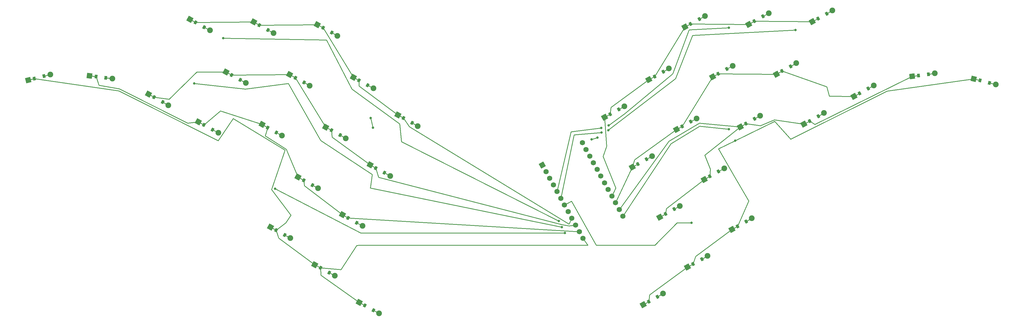
<source format=gbr>
%TF.GenerationSoftware,KiCad,Pcbnew,8.0.8-2.fc41*%
%TF.CreationDate,2025-01-20T23:34:32+01:00*%
%TF.ProjectId,laserraven_traced_and_silked_screws,6c617365-7272-4617-9665-6e5f74726163,1.0.0*%
%TF.SameCoordinates,Original*%
%TF.FileFunction,Copper,L1,Top*%
%TF.FilePolarity,Positive*%
%FSLAX46Y46*%
G04 Gerber Fmt 4.6, Leading zero omitted, Abs format (unit mm)*
G04 Created by KiCad (PCBNEW 8.0.8-2.fc41) date 2025-01-20 23:34:32*
%MOMM*%
%LPD*%
G01*
G04 APERTURE LIST*
G04 Aperture macros list*
%AMRotRect*
0 Rectangle, with rotation*
0 The origin of the aperture is its center*
0 $1 length*
0 $2 width*
0 $3 Rotation angle, in degrees counterclockwise*
0 Add horizontal line*
21,1,$1,$2,0,0,$3*%
G04 Aperture macros list end*
%TA.AperFunction,ComponentPad*%
%ADD10RotRect,1.778000X1.778000X331.000000*%
%TD*%
%TA.AperFunction,SMDPad,CuDef*%
%ADD11RotRect,0.900000X1.200000X331.000000*%
%TD*%
%TA.AperFunction,ComponentPad*%
%ADD12C,1.905000*%
%TD*%
%TA.AperFunction,ComponentPad*%
%ADD13RotRect,1.778000X1.778000X29.000000*%
%TD*%
%TA.AperFunction,SMDPad,CuDef*%
%ADD14RotRect,0.900000X1.200000X29.000000*%
%TD*%
%TA.AperFunction,ComponentPad*%
%ADD15RotRect,1.778000X1.778000X352.500000*%
%TD*%
%TA.AperFunction,SMDPad,CuDef*%
%ADD16RotRect,0.900000X1.200000X352.500000*%
%TD*%
%TA.AperFunction,ComponentPad*%
%ADD17RotRect,1.778000X1.778000X14.000000*%
%TD*%
%TA.AperFunction,SMDPad,CuDef*%
%ADD18RotRect,0.900000X1.200000X14.000000*%
%TD*%
%TA.AperFunction,ComponentPad*%
%ADD19RotRect,1.752600X1.752600X299.000000*%
%TD*%
%TA.AperFunction,ComponentPad*%
%ADD20C,1.752600*%
%TD*%
%TA.AperFunction,ComponentPad*%
%ADD21RotRect,1.778000X1.778000X7.500000*%
%TD*%
%TA.AperFunction,SMDPad,CuDef*%
%ADD22RotRect,0.900000X1.200000X7.500000*%
%TD*%
%TA.AperFunction,ComponentPad*%
%ADD23RotRect,1.778000X1.778000X346.000000*%
%TD*%
%TA.AperFunction,SMDPad,CuDef*%
%ADD24RotRect,0.900000X1.200000X346.000000*%
%TD*%
%TA.AperFunction,ViaPad*%
%ADD25C,0.800000*%
%TD*%
%TA.AperFunction,Conductor*%
%ADD26C,0.250000*%
%TD*%
G04 APERTURE END LIST*
D10*
%TO.P,D5,1*%
%TO.N,P14*%
X116070049Y-147398503D03*
D11*
X117959228Y-148445692D03*
%TO.P,D5,2*%
%TO.N,ring_home*%
X120845474Y-150045564D03*
D12*
X122734653Y-151092753D03*
%TD*%
D13*
%TO.P,D22,1*%
%TO.N,P7*%
X325192158Y-155590290D03*
D14*
X327081336Y-154543103D03*
%TO.P,D22,2*%
%TO.N,mirror_pinky_home*%
X329967582Y-152943225D03*
D12*
X331856760Y-151896038D03*
%TD*%
D13*
%TO.P,D33,1*%
%TO.N,P7*%
X251351963Y-179141602D03*
D14*
X253241141Y-178094415D03*
%TO.P,D33,2*%
%TO.N,mirror_inner_home*%
X256127387Y-176494537D03*
D12*
X258016565Y-175447350D03*
%TD*%
D13*
%TO.P,D23,1*%
%TO.N,P8*%
X308574388Y-164801671D03*
D14*
X310463566Y-163754484D03*
%TO.P,D23,2*%
%TO.N,mirror_ring_bottom*%
X313349812Y-162154606D03*
D12*
X315238990Y-161107419D03*
%TD*%
D10*
%TO.P,D17,1*%
%TO.N,P10*%
X130882835Y-199056818D03*
D11*
X132772014Y-200104007D03*
%TO.P,D17,2*%
%TO.N,out_thumb*%
X135658260Y-201703879D03*
D12*
X137547439Y-202751068D03*
%TD*%
D10*
%TO.P,D19,1*%
%TO.N,P10*%
X160433829Y-224126693D03*
D11*
X162323008Y-225173882D03*
%TO.P,D19,2*%
%TO.N,in_thumb*%
X165209254Y-226773754D03*
D12*
X167098433Y-227820943D03*
%TD*%
D13*
%TO.P,D25,1*%
%TO.N,P6*%
X290151621Y-131566119D03*
D14*
X292040799Y-130518932D03*
%TO.P,D25,2*%
%TO.N,mirror_ring_top*%
X294927045Y-128919054D03*
D12*
X296816223Y-127871867D03*
%TD*%
D10*
%TO.P,D15,1*%
%TO.N,P15*%
X173292481Y-161738433D03*
D11*
X175181660Y-162785622D03*
%TO.P,D15,2*%
%TO.N,inner_top*%
X178067906Y-164385494D03*
D12*
X179957085Y-165432683D03*
%TD*%
D10*
%TO.P,D18,1*%
%TO.N,P10*%
X145658333Y-211591752D03*
D11*
X147547512Y-212638941D03*
%TO.P,D18,2*%
%TO.N,home_thumb*%
X150433758Y-214238813D03*
D12*
X152322937Y-215286002D03*
%TD*%
D13*
%TO.P,D31,1*%
%TO.N,P6*%
X256916079Y-149988889D03*
D14*
X258805257Y-148941702D03*
%TO.P,D31,2*%
%TO.N,mirror_index_top*%
X261691503Y-147341824D03*
D12*
X263580681Y-146294637D03*
%TD*%
D10*
%TO.P,D11,1*%
%TO.N,P14*%
X149305600Y-165821264D03*
D11*
X151194779Y-166868453D03*
%TO.P,D11,2*%
%TO.N,index_home*%
X154081025Y-168468325D03*
D12*
X155970204Y-169515514D03*
%TD*%
D13*
%TO.P,D26,1*%
%TO.N,P8*%
X287350922Y-165704165D03*
D14*
X289240100Y-164656978D03*
%TO.P,D26,2*%
%TO.N,mirror_middle_bottom*%
X292126346Y-163057100D03*
D12*
X294015524Y-162009913D03*
%TD*%
D13*
%TO.P,D27,1*%
%TO.N,P7*%
X278139539Y-149086392D03*
D14*
X280028717Y-148039205D03*
%TO.P,D27,2*%
%TO.N,mirror_middle_home*%
X282914963Y-146439327D03*
D12*
X284804141Y-145392140D03*
%TD*%
D13*
%TO.P,D32,1*%
%TO.N,P8*%
X260563342Y-195759372D03*
D14*
X262452520Y-194712185D03*
%TO.P,D32,2*%
%TO.N,mirror_inner_bottom*%
X265338766Y-193112307D03*
D12*
X267227944Y-192065120D03*
%TD*%
D10*
%TO.P,D7,1*%
%TO.N,P16*%
X128082135Y-164918774D03*
D11*
X129971314Y-165965963D03*
%TO.P,D7,2*%
%TO.N,middle_bottom*%
X132857560Y-167565835D03*
D12*
X134746739Y-168613024D03*
%TD*%
D15*
%TO.P,D2,1*%
%TO.N,P16*%
X70660677Y-148666478D03*
D16*
X72802196Y-148948417D03*
%TO.P,D2,2*%
%TO.N,mid_home*%
X76073968Y-149379149D03*
D12*
X78215487Y-149661088D03*
%TD*%
D13*
%TO.P,D34,1*%
%TO.N,P6*%
X242140580Y-162523824D03*
D14*
X244029758Y-161476637D03*
%TO.P,D34,2*%
%TO.N,mirror_inner_top*%
X246916004Y-159876759D03*
D12*
X248805182Y-158829572D03*
%TD*%
D13*
%TO.P,D38,1*%
%TO.N,P9*%
X254999229Y-224912082D03*
D14*
X256888407Y-223864895D03*
%TO.P,D38,2*%
%TO.N,mirror_in_thumb*%
X259774653Y-222265017D03*
D12*
X261663831Y-221217830D03*
%TD*%
D10*
%TO.P,D8,1*%
%TO.N,P14*%
X137293513Y-148300998D03*
D11*
X139182692Y-149348187D03*
%TO.P,D8,2*%
%TO.N,middle_home*%
X142068938Y-150948059D03*
D12*
X143958117Y-151995248D03*
%TD*%
D10*
%TO.P,D6,1*%
%TO.N,P15*%
X125281435Y-130780731D03*
D11*
X127170614Y-131827920D03*
%TO.P,D6,2*%
%TO.N,ring_top*%
X130056860Y-133427792D03*
D12*
X131946039Y-134474981D03*
%TD*%
D10*
%TO.P,D3,1*%
%TO.N,P14*%
X90240895Y-154804896D03*
D11*
X92130074Y-155852085D03*
%TO.P,D3,2*%
%TO.N,pinky_home*%
X95016320Y-157451957D03*
D12*
X96905499Y-158499146D03*
%TD*%
D13*
%TO.P,D36,1*%
%TO.N,P9*%
X284550224Y-199842213D03*
D14*
X286439402Y-198795026D03*
%TO.P,D36,2*%
%TO.N,mirror_out_thumb*%
X289325648Y-197195148D03*
D12*
X291214826Y-196147961D03*
%TD*%
D10*
%TO.P,D9,1*%
%TO.N,P15*%
X146504902Y-131683224D03*
D11*
X148394081Y-132730413D03*
%TO.P,D9,2*%
%TO.N,middle_top*%
X151280327Y-134330285D03*
D12*
X153169506Y-135377474D03*
%TD*%
D10*
%TO.P,D12,1*%
%TO.N,P15*%
X158516981Y-149203489D03*
D11*
X160406160Y-150250678D03*
%TO.P,D12,2*%
%TO.N,index_top*%
X163292406Y-151850550D03*
D12*
X165181585Y-152897739D03*
%TD*%
D10*
%TO.P,D16,1*%
%TO.N,P15*%
X104057969Y-129878234D03*
D11*
X105947148Y-130925423D03*
%TO.P,D16,2*%
%TO.N,ring_midtop*%
X108833394Y-132525295D03*
D12*
X110722573Y-133572484D03*
%TD*%
D10*
%TO.P,D13,1*%
%TO.N,P16*%
X154869716Y-194973975D03*
D11*
X156758895Y-196021164D03*
%TO.P,D13,2*%
%TO.N,inner_bottom*%
X159645141Y-197621036D03*
D12*
X161534320Y-198668225D03*
%TD*%
D13*
%TO.P,D24,1*%
%TO.N,P7*%
X299363006Y-148183896D03*
D14*
X301252184Y-147136709D03*
%TO.P,D24,2*%
%TO.N,mirror_ring_home*%
X304138430Y-145536831D03*
D12*
X306027608Y-144489644D03*
%TD*%
D13*
%TO.P,D28,1*%
%TO.N,P6*%
X268928157Y-132468618D03*
D14*
X270817335Y-131421431D03*
%TO.P,D28,2*%
%TO.N,mirror_middle_top*%
X273703581Y-129821553D03*
D12*
X275592759Y-128774366D03*
%TD*%
D17*
%TO.P,D1,1*%
%TO.N,P10*%
X50193164Y-150131367D03*
D18*
X52289001Y-149608815D03*
%TO.P,D1,2*%
%TO.N,far_home*%
X55490981Y-148810475D03*
D12*
X57586818Y-148287923D03*
%TD*%
D13*
%TO.P,D35,1*%
%TO.N,P6*%
X311375089Y-130663627D03*
D14*
X313264267Y-129616440D03*
%TO.P,D35,2*%
%TO.N,mirror_ring_midtop*%
X316150513Y-128016562D03*
D12*
X318039691Y-126969375D03*
%TD*%
D19*
%TO.P,MCU1,1*%
%TO.N,RAW*%
X221423463Y-178386551D03*
D20*
%TO.P,MCU1,2*%
%TO.N,GND*%
X222654880Y-180608086D03*
%TO.P,MCU1,3*%
%TO.N,RST*%
X223886295Y-182829619D03*
%TO.P,MCU1,4*%
%TO.N,VCC*%
X225117714Y-185051154D03*
%TO.P,MCU1,5*%
%TO.N,P21*%
X226349129Y-187272685D03*
%TO.P,MCU1,6*%
%TO.N,P20*%
X227580546Y-189494220D03*
%TO.P,MCU1,7*%
%TO.N,P19*%
X228811962Y-191715754D03*
%TO.P,MCU1,8*%
%TO.N,P18*%
X230043378Y-193937289D03*
%TO.P,MCU1,9*%
%TO.N,P15*%
X231274795Y-196158822D03*
%TO.P,MCU1,10*%
%TO.N,P14*%
X232506210Y-198380358D03*
%TO.P,MCU1,11*%
%TO.N,P16*%
X233737628Y-200601892D03*
%TO.P,MCU1,12*%
%TO.N,P10*%
X234969044Y-202823426D03*
%TO.P,MCU1,13*%
%TO.N,P1*%
X234752668Y-170998052D03*
%TO.P,MCU1,14*%
%TO.N,P0*%
X235984084Y-173219586D03*
%TO.P,MCU1,15*%
%TO.N,GND*%
X237215502Y-175441120D03*
%TO.P,MCU1,16*%
X238446917Y-177662656D03*
%TO.P,MCU1,17*%
%TO.N,P2*%
X239678334Y-179884189D03*
%TO.P,MCU1,18*%
%TO.N,P3*%
X240909750Y-182105724D03*
%TO.P,MCU1,19*%
%TO.N,P4*%
X242141166Y-184327258D03*
%TO.P,MCU1,20*%
%TO.N,P5*%
X243372583Y-186548793D03*
%TO.P,MCU1,21*%
%TO.N,P6*%
X244603998Y-188770324D03*
%TO.P,MCU1,22*%
%TO.N,P7*%
X245835417Y-190991859D03*
%TO.P,MCU1,23*%
%TO.N,P8*%
X247066832Y-193213392D03*
%TO.P,MCU1,24*%
%TO.N,P9*%
X248298249Y-195434927D03*
%TD*%
D10*
%TO.P,D10,1*%
%TO.N,P16*%
X140094219Y-182439047D03*
D11*
X141983398Y-183486236D03*
%TO.P,D10,2*%
%TO.N,index_bottom*%
X144869644Y-185086108D03*
D12*
X146758823Y-186133297D03*
%TD*%
D21*
%TO.P,D21,1*%
%TO.N,P8*%
X344583123Y-148877932D03*
D22*
X346724641Y-148595994D03*
%TO.P,D21,2*%
%TO.N,mirror_mid_home*%
X349996415Y-148165260D03*
D12*
X352137933Y-147883322D03*
%TD*%
D10*
%TO.P,D4,1*%
%TO.N,P16*%
X106858669Y-164016275D03*
D11*
X108747848Y-165063464D03*
%TO.P,D4,2*%
%TO.N,ring_bottom*%
X111634094Y-166663336D03*
D12*
X113523273Y-167710525D03*
%TD*%
D13*
%TO.P,D29,1*%
%TO.N,P8*%
X275338843Y-183224439D03*
D14*
X277228021Y-182177252D03*
%TO.P,D29,2*%
%TO.N,mirror_index_bottom*%
X280114267Y-180577374D03*
D12*
X282003445Y-179530187D03*
%TD*%
D13*
%TO.P,D37,1*%
%TO.N,P9*%
X269774728Y-212377146D03*
D14*
X271663906Y-211329959D03*
%TO.P,D37,2*%
%TO.N,mirror_home_thumb*%
X274550152Y-209730081D03*
D12*
X276439330Y-208682894D03*
%TD*%
D10*
%TO.P,D14,1*%
%TO.N,P14*%
X164081096Y-178356202D03*
D11*
X165970275Y-179403391D03*
%TO.P,D14,2*%
%TO.N,inner_home*%
X168856521Y-181003263D03*
D12*
X170745700Y-182050452D03*
%TD*%
D23*
%TO.P,D20,1*%
%TO.N,P9*%
X365084899Y-149739452D03*
D24*
X367180737Y-150262004D03*
%TO.P,D20,2*%
%TO.N,mirror_far_home*%
X370382715Y-151060344D03*
D12*
X372478553Y-151582896D03*
%TD*%
D13*
%TO.P,D30,1*%
%TO.N,P7*%
X266127457Y-166606664D03*
D14*
X268016635Y-165559477D03*
%TO.P,D30,2*%
%TO.N,mirror_index_home*%
X270902881Y-163959599D03*
D12*
X272792059Y-162912412D03*
%TD*%
D25*
%TO.N,P20*%
X243468733Y-166796782D03*
X227930943Y-199064595D03*
X305732255Y-133426903D03*
X241175722Y-167610475D03*
X105530944Y-151264594D03*
%TO.N,P21*%
X243489698Y-165184465D03*
X226930944Y-197064593D03*
X283557090Y-132684558D03*
X115118455Y-136171992D03*
X241021763Y-166095122D03*
%TO.N,P19*%
X228930944Y-201064594D03*
X271101543Y-197671169D03*
X132471918Y-186309160D03*
%TO.N,P1*%
X164268830Y-162773728D03*
X165029450Y-165939398D03*
X237871167Y-169899561D03*
X239814331Y-169279791D03*
%TO.N,P9*%
X283563693Y-166524182D03*
X285651630Y-170290920D03*
%TD*%
D26*
%TO.N,P20*%
X271491264Y-135256680D02*
X305732255Y-133426903D01*
X227930943Y-199064595D02*
X164130943Y-186064595D01*
X227580545Y-189494220D02*
X231986641Y-168359322D01*
X164130943Y-186064595D02*
X164161397Y-185864594D01*
X231986641Y-168359322D02*
X241175722Y-167610475D01*
X164161397Y-185864594D02*
X164811263Y-181596739D01*
X147569792Y-170210272D02*
X164811263Y-181596739D01*
X265746961Y-149645672D02*
X243118885Y-166990705D01*
X265746961Y-149645672D02*
X271491264Y-135256680D01*
X122513745Y-153120086D02*
X136828696Y-151222148D01*
X136828696Y-151222148D02*
X147569792Y-170210272D01*
X105530944Y-151264594D02*
X122513745Y-153120086D01*
%TO.N,far_home*%
X57586819Y-148287923D02*
X55490982Y-148810476D01*
%TO.N,mid_home*%
X76073967Y-149379149D02*
X78215486Y-149661089D01*
%TO.N,pinky_home*%
X95016319Y-157451955D02*
X96905499Y-158499145D01*
%TO.N,P21*%
X173944683Y-164707079D02*
X174530944Y-170664594D01*
X115118455Y-136171992D02*
X149535112Y-136772215D01*
X270399278Y-133421110D02*
X270249758Y-133429480D01*
X174530944Y-170664594D02*
X226930944Y-197064593D01*
X264874305Y-148071356D02*
X248874339Y-161285024D01*
X270249758Y-133429480D02*
X264874305Y-148071356D01*
X283557090Y-132684558D02*
X270399278Y-133421110D01*
X226349128Y-187272685D02*
X230958059Y-167328779D01*
X157965683Y-153105725D02*
X173944683Y-164707079D01*
X248874339Y-161285024D02*
X243489698Y-165184465D01*
X230958059Y-167328779D02*
X241021763Y-166095122D01*
X149535112Y-136772215D02*
X157965683Y-153105725D01*
%TO.N,ring_bottom*%
X111634093Y-166663336D02*
X113523272Y-167710525D01*
%TO.N,ring_home*%
X122734654Y-151092752D02*
X120845475Y-150045565D01*
%TO.N,ring_top*%
X130056859Y-133427791D02*
X131946037Y-134474981D01*
%TO.N,P19*%
X231130942Y-190464594D02*
X228811962Y-191715756D01*
X271101543Y-197671169D02*
X266324368Y-197671169D01*
X266324368Y-197671169D02*
X258930943Y-205064594D01*
X160930944Y-201064593D02*
X132471918Y-186309160D01*
X258930943Y-205064594D02*
X239330944Y-205064595D01*
X228930944Y-201064594D02*
X160930944Y-201064593D01*
X239330944Y-205064595D02*
X231130942Y-190464594D01*
%TO.N,middle_bottom*%
X132857559Y-167565836D02*
X134746739Y-168613025D01*
%TO.N,middle_home*%
X143958118Y-151995249D02*
X142068939Y-150948060D01*
%TO.N,middle_top*%
X151280328Y-134330284D02*
X153169507Y-135377472D01*
%TO.N,P1*%
X164268830Y-162773728D02*
X165029450Y-165939398D01*
X239814331Y-169279791D02*
X237871167Y-169899561D01*
%TO.N,index_bottom*%
X144869643Y-185086108D02*
X146758823Y-186133297D01*
%TO.N,index_home*%
X155970204Y-169515514D02*
X154081025Y-168468325D01*
%TO.N,index_top*%
X163292407Y-151850551D02*
X165181585Y-152897739D01*
%TO.N,inner_bottom*%
X161534320Y-198668225D02*
X159645141Y-197621036D01*
%TO.N,inner_home*%
X170745699Y-182050452D02*
X168856521Y-181003263D01*
%TO.N,inner_top*%
X179957085Y-165432682D02*
X178067905Y-164385494D01*
%TO.N,ring_midtop*%
X110722572Y-133572483D02*
X108833394Y-132525295D01*
%TO.N,out_thumb*%
X137547439Y-202751069D02*
X135658259Y-201703879D01*
%TO.N,home_thumb*%
X150433758Y-214238813D02*
X152322937Y-215286002D01*
%TO.N,in_thumb*%
X165209254Y-226773754D02*
X167098433Y-227820943D01*
%TO.N,mirror_far_home*%
X372478553Y-151582897D02*
X370382715Y-151060344D01*
%TO.N,mirror_mid_home*%
X352137933Y-147883321D02*
X349996414Y-148165261D01*
%TO.N,mirror_pinky_home*%
X331856760Y-151896038D02*
X329967583Y-152943225D01*
%TO.N,mirror_ring_bottom*%
X315238990Y-161107418D02*
X313349812Y-162154605D01*
%TO.N,mirror_ring_home*%
X306027607Y-144489643D02*
X304138430Y-145536831D01*
%TO.N,mirror_ring_top*%
X294927045Y-128919056D02*
X296816223Y-127871869D01*
%TO.N,mirror_middle_bottom*%
X292126346Y-163057100D02*
X294015524Y-162009913D01*
%TO.N,mirror_middle_home*%
X282914965Y-146439325D02*
X284804142Y-145392140D01*
%TO.N,mirror_middle_top*%
X275592759Y-128774365D02*
X273703581Y-129821554D01*
%TO.N,mirror_index_bottom*%
X280114267Y-180577374D02*
X282003445Y-179530187D01*
%TO.N,mirror_index_home*%
X270902882Y-163959599D02*
X272792059Y-162912413D01*
%TO.N,mirror_index_top*%
X261691502Y-147341823D02*
X263580682Y-146294636D01*
%TO.N,mirror_inner_bottom*%
X265338766Y-193112308D02*
X267227944Y-192065121D01*
%TO.N,mirror_inner_home*%
X256127387Y-176494537D02*
X258016564Y-175447349D01*
%TO.N,mirror_inner_top*%
X246916004Y-159876757D02*
X248805182Y-158829571D01*
%TO.N,mirror_ring_midtop*%
X316150513Y-128016563D02*
X318039690Y-126969376D01*
%TO.N,mirror_out_thumb*%
X289325648Y-197195149D02*
X291214826Y-196147961D01*
%TO.N,mirror_home_thumb*%
X274550154Y-209730081D02*
X276439331Y-208682895D01*
%TO.N,mirror_in_thumb*%
X259774654Y-222265017D02*
X261663831Y-221217830D01*
%TO.N,P10*%
X145658333Y-211591752D02*
X147547513Y-212638942D01*
X80330943Y-153664593D02*
X52289002Y-149608815D01*
X236530943Y-205064594D02*
X160530944Y-205064595D01*
X135703778Y-173465676D02*
X131209453Y-186524049D01*
X118424304Y-162972825D02*
X113503486Y-170307706D01*
X159600000Y-205200000D02*
X154400000Y-213200000D01*
X131209453Y-186524049D02*
X137647565Y-195123507D01*
X147631966Y-215064213D02*
X152558810Y-218551942D01*
X118424304Y-162972825D02*
X135703778Y-173465676D01*
X160433828Y-224126693D02*
X162323008Y-225173882D01*
X132772013Y-200104006D02*
X136018211Y-197650404D01*
X137647565Y-195123507D02*
X136018211Y-197650404D01*
X147547513Y-212638944D02*
X147631966Y-215064213D01*
X52289002Y-149608815D02*
X50193164Y-150131368D01*
X152558810Y-218551942D02*
X160433831Y-224126691D01*
X234969043Y-202823425D02*
X236530943Y-205064594D01*
X132772013Y-200104006D02*
X130882835Y-199056818D01*
X113503486Y-170307706D02*
X80330943Y-153664593D01*
X160530944Y-205064595D02*
X159600000Y-205200000D01*
X132772013Y-200104006D02*
X133653124Y-202742199D01*
X154400000Y-213200000D02*
X147547512Y-212638941D01*
X133653124Y-202742199D02*
X145658333Y-211591751D01*
%TO.N,P16*%
X233737627Y-200601890D02*
X156758896Y-196021166D01*
X128082135Y-164918774D02*
X129971314Y-165965962D01*
X156758895Y-196021164D02*
X154869717Y-194973975D01*
X73730944Y-151864594D02*
X80530942Y-153064595D01*
X142183813Y-185289768D02*
X141983397Y-183486234D01*
X129130944Y-168664593D02*
X136198458Y-173197078D01*
X140094219Y-182439047D02*
X141983397Y-183486236D01*
X108747848Y-165063466D02*
X114193370Y-160399930D01*
X72802196Y-148948418D02*
X73730944Y-151864594D01*
X106858668Y-164016275D02*
X108747848Y-165063464D01*
X136198458Y-173197078D02*
X140094219Y-182439047D01*
X103330943Y-164464594D02*
X106858668Y-164016275D01*
X129971314Y-165965962D02*
X129130944Y-168664593D01*
X70660676Y-148666479D02*
X72802196Y-148948418D01*
X154869717Y-194973975D02*
X142183813Y-185289768D01*
X80530942Y-153064595D02*
X103330943Y-164464594D01*
X114193370Y-160399930D02*
X128082135Y-164918774D01*
%TO.N,P14*%
X151194778Y-166868453D02*
X149305599Y-165821265D01*
X151194778Y-166868456D02*
X151376195Y-169118804D01*
X230330943Y-198664593D02*
X227930943Y-198264594D01*
X232506210Y-198380358D02*
X230330943Y-198664593D01*
X106330943Y-147464593D02*
X97130943Y-156464593D01*
X151376195Y-169118804D02*
X164081097Y-178356199D01*
X97130943Y-156464593D02*
X92130074Y-155852083D01*
X227930943Y-198264594D02*
X166930943Y-182464595D01*
X139182693Y-149348189D02*
X137293514Y-148300999D01*
X92130074Y-155852083D02*
X90240895Y-154804895D01*
X165970276Y-179403391D02*
X164081097Y-178356202D01*
X117959230Y-148445691D02*
X137293514Y-148300998D01*
X165970276Y-179403391D02*
X166930943Y-182464595D01*
X116070050Y-147398503D02*
X106330943Y-147464593D01*
X139182697Y-149348187D02*
X149305599Y-165821265D01*
X117959229Y-148445692D02*
X116070050Y-147398503D01*
%TO.N,P15*%
X146504902Y-131683223D02*
X148394081Y-132730412D01*
X105947147Y-130925422D02*
X104057969Y-129878233D01*
X158516982Y-149203490D02*
X160406161Y-150250680D01*
X148394082Y-132730413D02*
X158516983Y-149203490D01*
X177130944Y-165664594D02*
X230330944Y-198064594D01*
X127170613Y-131827920D02*
X146504905Y-131683225D01*
X230330944Y-198064594D02*
X231274794Y-196158822D01*
X175181659Y-162785623D02*
X177130944Y-165664594D01*
X160406164Y-150250680D02*
X160334692Y-152132181D01*
X105947148Y-130925424D02*
X125281435Y-130780729D01*
X175181659Y-162785623D02*
X173292480Y-161738433D01*
X127170614Y-131827920D02*
X125281433Y-130780731D01*
X160334692Y-152132181D02*
X173292480Y-161738433D01*
%TO.N,P9*%
X298768132Y-163845938D02*
X285651630Y-170290920D01*
X248298247Y-195434927D02*
X264249983Y-171284502D01*
X280080289Y-173028479D02*
X285505151Y-182369654D01*
X254999230Y-224912083D02*
X256888408Y-223864895D01*
X269774730Y-212377146D02*
X271663907Y-211329959D01*
X367180738Y-150262005D02*
X365084900Y-149739453D01*
X264249983Y-171284502D02*
X273851799Y-165504786D01*
X284550224Y-199842212D02*
X272470162Y-208803415D01*
X290126328Y-190326948D02*
X286439401Y-198795025D01*
X273851799Y-165504786D02*
X283563693Y-166524182D01*
X304113019Y-169768435D02*
X298768132Y-163845938D01*
X285505151Y-182369654D02*
X290126328Y-190326948D01*
X257169893Y-221629237D02*
X256888409Y-223864895D01*
X269774727Y-212377147D02*
X257169893Y-221629237D01*
X365084900Y-149739453D02*
X336200099Y-153811643D01*
X284550224Y-199842213D02*
X286439401Y-198795026D01*
X285651630Y-170290920D02*
X280080289Y-173028479D01*
X272470162Y-208803415D02*
X271663906Y-211329960D01*
X336200099Y-153811643D02*
X304113019Y-169768435D01*
%TO.N,P8*%
X287350923Y-165704164D02*
X289240100Y-164656978D01*
X247066829Y-193213394D02*
X263590252Y-170506845D01*
X294074203Y-165271524D02*
X298738188Y-163372248D01*
X262452521Y-194712188D02*
X262753006Y-192923335D01*
X289240099Y-164656978D02*
X294074203Y-165271524D01*
X273716839Y-164436245D02*
X287350920Y-165704165D01*
X298738188Y-163372248D02*
X308574386Y-164801670D01*
X275338842Y-183224438D02*
X277228020Y-182177252D01*
X263590252Y-170506845D02*
X273716839Y-164436245D01*
X310463564Y-163754483D02*
X308574388Y-164801669D01*
X260563341Y-195759373D02*
X262452518Y-194712186D01*
X287350920Y-165704165D02*
X275513267Y-175102680D01*
X262753006Y-192923335D02*
X275338844Y-183224439D01*
X277228021Y-182177255D02*
X277412543Y-179766664D01*
X275513267Y-175102680D02*
X277412543Y-179766664D01*
X310463565Y-163754484D02*
X312140520Y-164861379D01*
X346724642Y-148595991D02*
X344583124Y-148877931D01*
X312140520Y-164861379D02*
X344583122Y-148877933D01*
%TO.N,P7*%
X268016635Y-165559476D02*
X266127457Y-166606664D01*
X251351963Y-179141601D02*
X253241141Y-178094414D01*
X327081336Y-154543102D02*
X325192159Y-155590289D01*
X252123232Y-176634446D02*
X266127455Y-166606665D01*
X268016635Y-165559478D02*
X278139541Y-149086392D01*
X245835415Y-190991860D02*
X251351961Y-179141601D01*
X317025278Y-155522258D02*
X325192158Y-155590287D01*
X278139541Y-149086392D02*
X280028719Y-148039204D01*
X280028719Y-148039204D02*
X299363004Y-148183895D01*
X301252184Y-147136711D02*
X316173582Y-152335627D01*
X301252182Y-147136708D02*
X299363004Y-148183895D01*
X316173582Y-152335627D02*
X317025278Y-155522258D01*
X251351961Y-179141601D02*
X252123232Y-176634446D01*
%TO.N,P6*%
X290151621Y-131566120D02*
X292040800Y-130518934D01*
X311375089Y-130663628D02*
X292040800Y-130518934D01*
X242803112Y-172196498D02*
X241692644Y-175556092D01*
X242140580Y-162523823D02*
X244029758Y-161476635D01*
X268928158Y-132468620D02*
X258805258Y-148941701D01*
X311375088Y-130663629D02*
X313264266Y-129616440D01*
X270817335Y-131421431D02*
X268928156Y-132468617D01*
X242140579Y-162523823D02*
X242803112Y-172196498D01*
X244311240Y-159240975D02*
X244029757Y-161476636D01*
X245898045Y-186030566D02*
X244603997Y-188770325D01*
X256916082Y-149988888D02*
X244311240Y-159240975D01*
X241692644Y-175556092D02*
X245898045Y-186030566D01*
X290151620Y-131566121D02*
X270817336Y-131421430D01*
X256916080Y-149988887D02*
X258805258Y-148941701D01*
%TD*%
M02*

</source>
